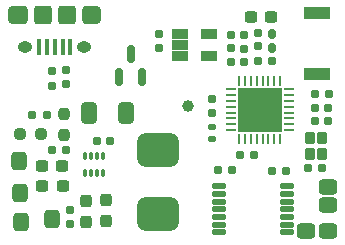
<source format=gts>
%TF.GenerationSoftware,KiCad,Pcbnew,8.0.6*%
%TF.CreationDate,2025-02-20T11:34:02+01:00*%
%TF.ProjectId,wled usermod,776c6564-2075-4736-9572-6d6f642e6b69,rev?*%
%TF.SameCoordinates,Original*%
%TF.FileFunction,Soldermask,Top*%
%TF.FilePolarity,Negative*%
%FSLAX46Y46*%
G04 Gerber Fmt 4.6, Leading zero omitted, Abs format (unit mm)*
G04 Created by KiCad (PCBNEW 8.0.6) date 2025-02-20 11:34:02*
%MOMM*%
%LPD*%
G01*
G04 APERTURE LIST*
G04 Aperture macros list*
%AMRoundRect*
0 Rectangle with rounded corners*
0 $1 Rounding radius*
0 $2 $3 $4 $5 $6 $7 $8 $9 X,Y pos of 4 corners*
0 Add a 4 corners polygon primitive as box body*
4,1,4,$2,$3,$4,$5,$6,$7,$8,$9,$2,$3,0*
0 Add four circle primitives for the rounded corners*
1,1,$1+$1,$2,$3*
1,1,$1+$1,$4,$5*
1,1,$1+$1,$6,$7*
1,1,$1+$1,$8,$9*
0 Add four rect primitives between the rounded corners*
20,1,$1+$1,$2,$3,$4,$5,0*
20,1,$1+$1,$4,$5,$6,$7,0*
20,1,$1+$1,$6,$7,$8,$9,0*
20,1,$1+$1,$8,$9,$2,$3,0*%
G04 Aperture macros list end*
%ADD10RoundRect,0.237500X0.237500X-0.300000X0.237500X0.300000X-0.237500X0.300000X-0.237500X-0.300000X0*%
%ADD11RoundRect,0.160000X0.160000X-0.197500X0.160000X0.197500X-0.160000X0.197500X-0.160000X-0.197500X0*%
%ADD12RoundRect,0.155000X0.155000X-0.212500X0.155000X0.212500X-0.155000X0.212500X-0.155000X-0.212500X0*%
%ADD13RoundRect,0.325000X-0.325000X-0.475000X0.325000X-0.475000X0.325000X0.475000X-0.325000X0.475000X0*%
%ADD14RoundRect,0.325000X0.475000X-0.325000X0.475000X0.325000X-0.475000X0.325000X-0.475000X-0.325000X0*%
%ADD15RoundRect,0.106750X-0.605250X-0.320250X0.605250X-0.320250X0.605250X0.320250X-0.605250X0.320250X0*%
%ADD16RoundRect,0.155000X-0.212500X-0.155000X0.212500X-0.155000X0.212500X0.155000X-0.212500X0.155000X0*%
%ADD17RoundRect,0.155000X0.212500X0.155000X-0.212500X0.155000X-0.212500X-0.155000X0.212500X-0.155000X0*%
%ADD18RoundRect,0.160000X-0.160000X0.197500X-0.160000X-0.197500X0.160000X-0.197500X0.160000X0.197500X0*%
%ADD19RoundRect,0.237500X0.300000X0.237500X-0.300000X0.237500X-0.300000X-0.237500X0.300000X-0.237500X0*%
%ADD20RoundRect,0.102000X-0.350000X-0.375000X0.350000X-0.375000X0.350000X0.375000X-0.350000X0.375000X0*%
%ADD21RoundRect,0.160000X-0.160000X0.222500X-0.160000X-0.222500X0.160000X-0.222500X0.160000X0.222500X0*%
%ADD22RoundRect,0.325000X0.325000X0.475000X-0.325000X0.475000X-0.325000X-0.475000X0.325000X-0.475000X0*%
%ADD23RoundRect,0.237500X-0.237500X0.250000X-0.237500X-0.250000X0.237500X-0.250000X0.237500X0.250000X0*%
%ADD24RoundRect,0.102000X-0.495300X0.152400X-0.495300X-0.152400X0.495300X-0.152400X0.495300X0.152400X0*%
%ADD25RoundRect,0.325000X-0.475000X0.325000X-0.475000X-0.325000X0.475000X-0.325000X0.475000X0.325000X0*%
%ADD26RoundRect,0.100000X0.100000X0.575000X-0.100000X0.575000X-0.100000X-0.575000X0.100000X-0.575000X0*%
%ADD27O,0.890000X1.550000*%
%ADD28RoundRect,0.250000X0.475000X0.525000X-0.475000X0.525000X-0.475000X-0.525000X0.475000X-0.525000X0*%
%ADD29O,1.250000X0.950000*%
%ADD30RoundRect,0.250000X0.500000X0.525000X-0.500000X0.525000X-0.500000X-0.525000X0.500000X-0.525000X0*%
%ADD31RoundRect,0.250000X-0.412500X-0.650000X0.412500X-0.650000X0.412500X0.650000X-0.412500X0.650000X0*%
%ADD32C,1.000000*%
%ADD33RoundRect,0.150000X0.150000X-0.587500X0.150000X0.587500X-0.150000X0.587500X-0.150000X-0.587500X0*%
%ADD34RoundRect,0.237500X0.250000X0.237500X-0.250000X0.237500X-0.250000X-0.237500X0.250000X-0.237500X0*%
%ADD35RoundRect,0.050000X0.100000X-0.285000X0.100000X0.285000X-0.100000X0.285000X-0.100000X-0.285000X0*%
%ADD36RoundRect,0.737500X-1.012500X-0.737500X1.012500X-0.737500X1.012500X0.737500X-1.012500X0.737500X0*%
%ADD37RoundRect,0.160000X-0.197500X-0.160000X0.197500X-0.160000X0.197500X0.160000X-0.197500X0.160000X0*%
%ADD38RoundRect,0.135000X-0.185000X0.135000X-0.185000X-0.135000X0.185000X-0.135000X0.185000X0.135000X0*%
%ADD39R,2.200000X1.050000*%
%ADD40RoundRect,0.062500X-0.062500X0.337500X-0.062500X-0.337500X0.062500X-0.337500X0.062500X0.337500X0*%
%ADD41RoundRect,0.062500X-0.337500X0.062500X-0.337500X-0.062500X0.337500X-0.062500X0.337500X0.062500X0*%
%ADD42R,3.700000X3.700000*%
%ADD43RoundRect,0.155000X-0.155000X0.212500X-0.155000X-0.212500X0.155000X-0.212500X0.155000X0.212500X0*%
G04 APERTURE END LIST*
D10*
%TO.C,C6*%
X144770000Y-109242500D03*
X144770000Y-107517500D03*
%TD*%
D11*
%TO.C,R5*%
X140260000Y-97800000D03*
X140260000Y-96605000D03*
%TD*%
D12*
%TO.C,C8*%
X141770000Y-109485000D03*
X141770000Y-108350000D03*
%TD*%
D11*
%TO.C,R4*%
X141440000Y-97707500D03*
X141440000Y-96512500D03*
%TD*%
D13*
%TO.C,S7*%
X137470000Y-104220000D03*
%TD*%
D14*
%TO.C,S6*%
X163570000Y-107920000D03*
%TD*%
D15*
%TO.C,U3*%
X151040000Y-93430000D03*
X151040000Y-94370000D03*
X151040000Y-95310000D03*
X153530000Y-95310000D03*
X153530000Y-93430000D03*
%TD*%
D16*
%TO.C,C5*%
X144000000Y-102510000D03*
X145135000Y-102510000D03*
%TD*%
D17*
%TO.C,C21*%
X155460000Y-104990000D03*
X154325000Y-104990000D03*
%TD*%
D14*
%TO.C,S5*%
X163580000Y-110160000D03*
%TD*%
D18*
%TO.C,R6*%
X156497500Y-93487500D03*
X156497500Y-94682500D03*
%TD*%
D19*
%TO.C,C2*%
X141090000Y-104610000D03*
X139365000Y-104610000D03*
%TD*%
D20*
%TO.C,Y1*%
X162050000Y-102265000D03*
X162050000Y-103615000D03*
X163050000Y-103615000D03*
X163050000Y-102265000D03*
%TD*%
D21*
%TO.C,L2*%
X158817500Y-93442500D03*
X158817500Y-94587500D03*
%TD*%
D22*
%TO.C,S4*%
X140240000Y-109110000D03*
%TD*%
D17*
%TO.C,C11*%
X163597500Y-100840000D03*
X162462500Y-100840000D03*
%TD*%
D12*
%TO.C,C16*%
X153765000Y-100112500D03*
X153765000Y-98977500D03*
%TD*%
D23*
%TO.C,R2*%
X141260000Y-100177500D03*
X141260000Y-102002500D03*
%TD*%
D17*
%TO.C,C12*%
X163070000Y-104780000D03*
X161935000Y-104780000D03*
%TD*%
%TO.C,C20*%
X156485000Y-95815000D03*
X155350000Y-95815000D03*
%TD*%
%TO.C,C15*%
X163667500Y-98550000D03*
X162532500Y-98550000D03*
%TD*%
D24*
%TO.C,IC1*%
X154332200Y-106330000D03*
X154332200Y-106980000D03*
X154332200Y-107630000D03*
X154332200Y-108280000D03*
X154332200Y-108930000D03*
X154332200Y-109580000D03*
X154332200Y-110230000D03*
X160167800Y-110230000D03*
X160167800Y-109580000D03*
X160167800Y-108930000D03*
X160167800Y-108280000D03*
X160167800Y-107630000D03*
X160167800Y-106980000D03*
X160167800Y-106330000D03*
%TD*%
D25*
%TO.C,S8*%
X161760000Y-110130000D03*
%TD*%
D26*
%TO.C,J1*%
X141770000Y-94540000D03*
X141120000Y-94540000D03*
X140470000Y-94540000D03*
X139820000Y-94540000D03*
X139170000Y-94540000D03*
D27*
X143970000Y-91840000D03*
D28*
X143495000Y-91840000D03*
D29*
X142970000Y-94540000D03*
D30*
X141470000Y-91840000D03*
X139470000Y-91840000D03*
D29*
X137970000Y-94540000D03*
D28*
X137445000Y-91840000D03*
D27*
X136970000Y-91840000D03*
%TD*%
D31*
%TO.C,C4*%
X143387500Y-100140000D03*
X146512500Y-100140000D03*
%TD*%
D13*
%TO.C,S1*%
X137600000Y-109390000D03*
%TD*%
D14*
%TO.C,S3*%
X163590000Y-106390000D03*
%TD*%
D17*
%TO.C,C19*%
X158835000Y-95755000D03*
X157700000Y-95755000D03*
%TD*%
D32*
%TO.C,TP1*%
X151720000Y-99520000D03*
%TD*%
D13*
%TO.C,S2*%
X137560000Y-106890000D03*
%TD*%
D12*
%TO.C,C10*%
X149275000Y-94597500D03*
X149275000Y-93462500D03*
%TD*%
D17*
%TO.C,C13*%
X157302500Y-103675000D03*
X156167500Y-103675000D03*
%TD*%
D33*
%TO.C,D1*%
X145930000Y-97045000D03*
X147830000Y-97045000D03*
X146880000Y-95170000D03*
%TD*%
D17*
%TO.C,C14*%
X163637500Y-99700000D03*
X162502500Y-99700000D03*
%TD*%
D34*
%TO.C,R3*%
X139340000Y-101930000D03*
X137515000Y-101930000D03*
%TD*%
D35*
%TO.C,U1*%
X143020000Y-105210000D03*
X143520000Y-105210000D03*
X144020000Y-105210000D03*
X144520000Y-105210000D03*
X144520000Y-103730000D03*
X144020000Y-103730000D03*
X143520000Y-103730000D03*
X143020000Y-103730000D03*
%TD*%
D19*
%TO.C,C1*%
X141132500Y-106285000D03*
X139407500Y-106285000D03*
%TD*%
%TO.C,C17*%
X158795000Y-91980000D03*
X157070000Y-91980000D03*
%TD*%
D36*
%TO.C,L1*%
X149220000Y-103220000D03*
X149220000Y-108670000D03*
%TD*%
D37*
%TO.C,R1*%
X138572500Y-100300000D03*
X139767500Y-100300000D03*
%TD*%
D38*
%TO.C,R7*%
X153790000Y-101290000D03*
X153790000Y-102310000D03*
%TD*%
D39*
%TO.C,ANT1*%
X162700000Y-96840000D03*
X162700000Y-91640000D03*
%TD*%
D17*
%TO.C,C3*%
X141405000Y-103235000D03*
X140270000Y-103235000D03*
%TD*%
D40*
%TO.C,U2*%
X159560000Y-97390000D03*
X159060000Y-97390000D03*
X158560000Y-97390000D03*
X158060000Y-97390000D03*
X157560000Y-97390000D03*
X157060000Y-97390000D03*
X156560000Y-97390000D03*
X156060000Y-97390000D03*
D41*
X155360000Y-98090000D03*
X155360000Y-98590000D03*
X155360000Y-99090000D03*
X155360000Y-99590000D03*
X155360000Y-100090000D03*
X155360000Y-100590000D03*
X155360000Y-101090000D03*
X155360000Y-101590000D03*
D40*
X156060000Y-102290000D03*
X156560000Y-102290000D03*
X157060000Y-102290000D03*
X157560000Y-102290000D03*
X158060000Y-102290000D03*
X158560000Y-102290000D03*
X159060000Y-102290000D03*
X159560000Y-102290000D03*
D41*
X160260000Y-101590000D03*
X160260000Y-101090000D03*
X160260000Y-100590000D03*
X160260000Y-100090000D03*
X160260000Y-99590000D03*
X160260000Y-99090000D03*
X160260000Y-98590000D03*
X160260000Y-98090000D03*
D42*
X157810000Y-99840000D03*
%TD*%
D16*
%TO.C,C22*%
X158870000Y-105050000D03*
X160005000Y-105050000D03*
%TD*%
D43*
%TO.C,C9*%
X155372500Y-93485000D03*
X155372500Y-94620000D03*
%TD*%
%TO.C,C18*%
X157712500Y-93362500D03*
X157712500Y-94497500D03*
%TD*%
D10*
%TO.C,C7*%
X143120000Y-109317500D03*
X143120000Y-107592500D03*
%TD*%
M02*

</source>
